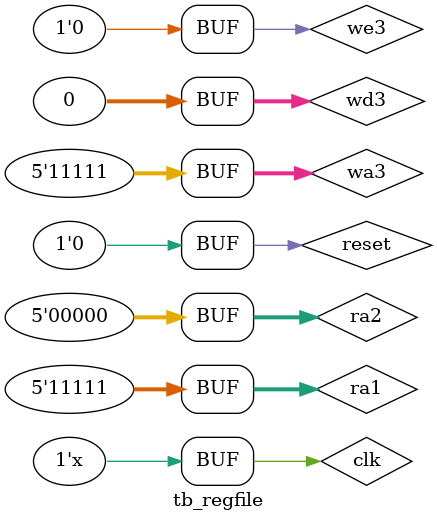
<source format=v>
`timescale 1ns / 1ps

module tb_regfile();

reg clk;
reg reset;
reg we3;
reg [4:0] ra1;
reg [4:0] ra2;
reg [4:0] wa3;
reg [31:0] wd3;
wire [31:0] rd1;
wire [31:0] rd2;
               
regfile rf(.clk(clk),
           .reset(reset),
           .we3(we3),
           .ra1(ra1),
           .ra2(ra2),
           .wa3(wa3),
           .wd3(wd3),
           .rd1(rd1),
           .rd2(rd2));
           
initial begin
    clk <= 0;
    reset <= 1;
    we3 <= 0;
    ra1 <= 0;
    ra2 <= 0;
    wa3 <= 0;
    wd3 <= 0;
    #50
    reset <= 0;
    #20
    ra1 <= 31;
    #200
    wa3 <= 31;
    #20
    we3 <= 1;
    #20
    we3 <= 0;
end

always begin
    #5 clk = ~clk;
end


endmodule

</source>
